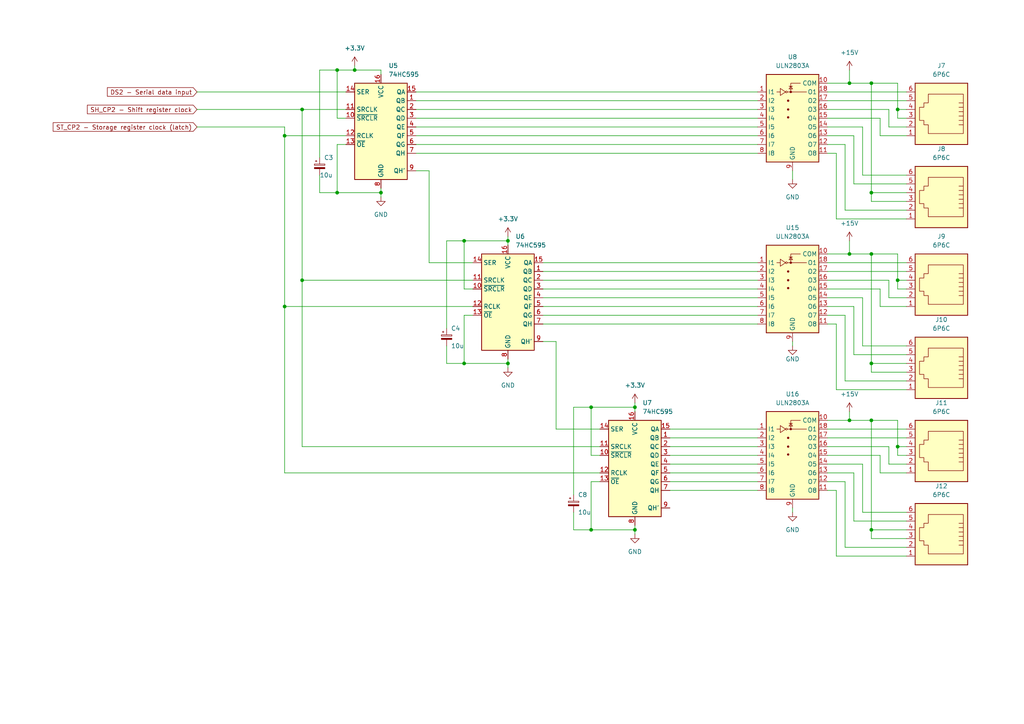
<source format=kicad_sch>
(kicad_sch (version 20231120) (generator "eeschema") (generator_version "8.0")
  (paper "A4")
  (lib_symbols
    (symbol "74xx:74HC595"
      (property "Reference" "U" (at -7.62 13.97 0))
      (property "Value" "74HC595" (at -7.62 -16.51 0))
      (symbol "74HC595_1_0"
        (pin tri_state line (at 10.16 7.62 180) (length 2.54) (name "QB") (number "1"))
        (pin input line (at -10.16 2.54 0) (length 2.54) (name "~{SRCLR}") (number "10"))
        (pin input line (at -10.16 5.08 0) (length 2.54) (name "SRCLK") (number "11"))
        (pin input line (at -10.16 -2.54 0) (length 2.54) (name "RCLK") (number "12"))
        (pin input line (at -10.16 -5.08 0) (length 2.54) (name "~{OE}") (number "13"))
        (pin input line (at -10.16 10.16 0) (length 2.54) (name "SER") (number "14"))
        (pin tri_state line (at 10.16 10.16 180) (length 2.54) (name "QA") (number "15"))
        (pin power_in line (at 0 15.24 270) (length 2.54) (name "VCC") (number "16"))
        (pin tri_state line (at 10.16 5.08 180) (length 2.54) (name "QC") (number "2"))
        (pin tri_state line (at 10.16 2.54 180) (length 2.54) (name "QD") (number "3"))
        (pin tri_state line (at 10.16 0 180) (length 2.54) (name "QE") (number "4"))
        (pin tri_state line (at 10.16 -2.54 180) (length 2.54) (name "QF") (number "5"))
        (pin tri_state line (at 10.16 -5.08 180) (length 2.54) (name "QG") (number "6"))
        (pin tri_state line (at 10.16 -7.62 180) (length 2.54) (name "QH") (number "7"))
        (pin power_in line (at 0 -17.78 90) (length 2.54) (name "GND") (number "8"))
        (pin output line (at 10.16 -12.7 180) (length 2.54) (name "QH'") (number "9"))
      )
      (symbol "74HC595_1_1"
        (rectangle (start -7.62 12.7) (end 7.62 -15.24) (stroke (width 0.254)) (fill (type background)))
      )
    )
    (symbol "Connector:6P6C" (pin_names (offset 1.016))
      (property "Reference" "J" (at -5.08 11.43 0))
      (property "Value" "6P6C" (at 2.54 11.43 0))
      (symbol "6P6C_0_1"
        (polyline (pts (xy -6.35 -1.905) (xy -5.08 -1.905) (xy -5.08 -1.905)))
        (polyline (pts (xy -6.35 -0.635) (xy -5.08 -0.635) (xy -5.08 -0.635)))
        (polyline (pts (xy -6.35 0.635) (xy -5.08 0.635) (xy -5.08 0.635)))
        (polyline (pts (xy -6.35 1.905) (xy -5.08 1.905) (xy -5.08 1.905)))
        (polyline (pts (xy -6.35 3.175) (xy -5.08 3.175) (xy -5.08 3.175)))
        (polyline (pts (xy -5.08 4.445) (xy -6.35 4.445) (xy -6.35 4.445)))
        (polyline (pts (xy -6.35 -4.445) (xy -6.35 6.985) (xy 3.81 6.985) (xy 3.81 4.445) (xy 5.08 4.445) (xy 5.08 3.175) (xy 6.35 3.175) (xy 6.35 -0.635) (xy 5.08 -0.635) (xy 5.08 -1.905) (xy 3.81 -1.905) (xy 3.81 -4.445) (xy -6.35 -4.445) (xy -6.35 -4.445)))
        (rectangle (start 7.62 10.16) (end -7.62 -7.62) (stroke (width 0.254)) (fill (type background)))
      )
      (symbol "6P6C_1_1"
        (pin passive line (at 10.16 -5.08 180) (length 2.54) (name "~") (number "1"))
        (pin passive line (at 10.16 -2.54 180) (length 2.54) (name "~") (number "2"))
        (pin passive line (at 10.16 0 180) (length 2.54) (name "~") (number "3"))
        (pin passive line (at 10.16 2.54 180) (length 2.54) (name "~") (number "4"))
        (pin passive line (at 10.16 5.08 180) (length 2.54) (name "~") (number "5"))
        (pin passive line (at 10.16 7.62 180) (length 2.54) (name "~") (number "6"))
      )
    )
    (symbol "Device:C_Polarized_Small" (pin_numbers hide) (pin_names (offset 0.254) hide)
      (property "Reference" "C" (at 0.254 1.778 0))
      (property "Value" "C_Polarized_Small" (at 0.254 -2.032 0))
      (symbol "C_Polarized_Small_0_1"
        (rectangle (start -1.524 -0.3048) (end 1.524 -0.6858) (fill (type outline)))
        (rectangle (start -1.524 0.6858) (end 1.524 0.3048))
        (polyline (pts (xy -1.27 1.524) (xy -0.762 1.524)))
        (polyline (pts (xy -1.016 1.27) (xy -1.016 1.778)))
      )
      (symbol "C_Polarized_Small_1_1"
        (pin passive line (at 0 2.54 270) (length 1.8542) (name "~") (number "1"))
        (pin passive line (at 0 -2.54 90) (length 1.8542) (name "~") (number "2"))
      )
    )
    (symbol "Transistor_Array:ULN2803A"
      (property "Reference" "U" (at 0 13.335 0))
      (property "Value" "ULN2803A" (at 0 11.43 0))
      (symbol "ULN2803A_0_1"
        (rectangle (start -7.62 -15.24) (end 7.62 10.16) (stroke (width 0.254)) (fill (type background)))
        (circle (center -1.778 5.08) (radius 0.254))
        (circle (center -1.27 -2.286) (radius 0.254) (fill (type outline)))
        (circle (center -1.27 0) (radius 0.254) (fill (type outline)))
        (circle (center -1.27 2.54) (radius 0.254) (fill (type outline)))
        (circle (center -0.508 5.08) (radius 0.254) (fill (type outline)))
        (polyline (pts (xy -4.572 5.08) (xy -3.556 5.08)))
        (polyline (pts (xy -1.524 5.08) (xy 4.064 5.08)))
        (polyline (pts (xy 0 6.731) (xy -1.016 6.731)))
        (polyline (pts (xy -0.508 5.08) (xy -0.508 7.62) (xy 2.286 7.62)))
        (polyline (pts (xy -3.556 6.096) (xy -3.556 4.064) (xy -2.032 5.08) (xy -3.556 6.096)))
        (polyline (pts (xy 0 5.969) (xy -1.016 5.969) (xy -0.508 6.731) (xy 0 5.969)))
      )
      (symbol "ULN2803A_1_1"
        (pin input line (at -10.16 5.08 0) (length 2.54) (name "I1") (number "1"))
        (pin passive line (at 10.16 7.62 180) (length 2.54) (name "COM") (number "10"))
        (pin open_collector line (at 10.16 -12.7 180) (length 2.54) (name "O8") (number "11"))
        (pin open_collector line (at 10.16 -10.16 180) (length 2.54) (name "O7") (number "12"))
        (pin open_collector line (at 10.16 -7.62 180) (length 2.54) (name "O6") (number "13"))
        (pin open_collector line (at 10.16 -5.08 180) (length 2.54) (name "O5") (number "14"))
        (pin open_collector line (at 10.16 -2.54 180) (length 2.54) (name "O4") (number "15"))
        (pin open_collector line (at 10.16 0 180) (length 2.54) (name "O3") (number "16"))
        (pin open_collector line (at 10.16 2.54 180) (length 2.54) (name "O2") (number "17"))
        (pin open_collector line (at 10.16 5.08 180) (length 2.54) (name "O1") (number "18"))
        (pin input line (at -10.16 2.54 0) (length 2.54) (name "I2") (number "2"))
        (pin input line (at -10.16 0 0) (length 2.54) (name "I3") (number "3"))
        (pin input line (at -10.16 -2.54 0) (length 2.54) (name "I4") (number "4"))
        (pin input line (at -10.16 -5.08 0) (length 2.54) (name "I5") (number "5"))
        (pin input line (at -10.16 -7.62 0) (length 2.54) (name "I6") (number "6"))
        (pin input line (at -10.16 -10.16 0) (length 2.54) (name "I7") (number "7"))
        (pin input line (at -10.16 -12.7 0) (length 2.54) (name "I8") (number "8"))
        (pin power_in line (at 0 -17.78 90) (length 2.54) (name "GND") (number "9"))
      )
    )
    (symbol "power:+15V" (power) (pin_names (offset 0))
      (property "Value" "+15V" (at 0 3.556 0))
      (symbol "+15V_0_1"
        (polyline (pts (xy -0.762 1.27) (xy 0 2.54)))
        (polyline (pts (xy 0 0) (xy 0 2.54)))
        (polyline (pts (xy 0 2.54) (xy 0.762 1.27)))
      )
      (symbol "+15V_1_1"
        (pin power_in line (at 0 0 90) (length 0) hide (name "+15V") (number "1"))
      )
    )
    (symbol "power:+3.3V" (power) (pin_names (offset 0))
      (property "Value" "+3.3V" (at 0 3.556 0))
      (symbol "+3.3V_0_1"
        (polyline (pts (xy -0.762 1.27) (xy 0 2.54)))
        (polyline (pts (xy 0 0) (xy 0 2.54)))
        (polyline (pts (xy 0 2.54) (xy 0.762 1.27)))
      )
      (symbol "+3.3V_1_1"
        (pin power_in line (at 0 0 90) (length 0) hide (name "+3.3V") (number "1"))
      )
    )
    (symbol "power:GND" (power) (pin_names (offset 0))
      (property "Value" "GND" (at 0 -3.81 0))
      (symbol "GND_0_1"
        (polyline (pts (xy 0 0) (xy 0 -1.27) (xy 1.27 -1.27) (xy 0 -2.54) (xy -1.27 -1.27) (xy 0 -1.27)))
      )
      (symbol "GND_1_1"
        (pin power_in line (at 0 0 270) (length 0) hide (name "GND") (number "1"))
      )
    )
  )
  (junction (at 147.32 69.85))
  (junction (at 252.73 153.67))
  (junction (at 171.45 118.11))
  (junction (at 102.87 20.32))
  (junction (at 260.35 81.28))
  (junction (at 252.73 24.13))
  (junction (at 184.15 153.67))
  (junction (at 252.73 105.41))
  (junction (at 82.55 39.37))
  (junction (at 260.35 129.54))
  (junction (at 82.55 88.9))
  (junction (at 147.32 105.41))
  (junction (at 97.79 55.88))
  (junction (at 246.38 24.13))
  (junction (at 87.63 81.28))
  (junction (at 184.15 118.11))
  (junction (at 97.79 20.32))
  (junction (at 252.73 73.66))
  (junction (at 260.35 31.75))
  (junction (at 87.63 31.75))
  (junction (at 134.62 105.41))
  (junction (at 252.73 121.92))
  (junction (at 246.38 73.66))
  (junction (at 246.38 121.92))
  (junction (at 110.49 55.88))
  (junction (at 252.73 55.88))
  (junction (at 171.45 153.67))
  (junction (at 134.62 69.85))
  (wire (pts (xy 242.57 161.29) (xy 242.57 142.24)))
  (wire (pts (xy 246.38 73.66) (xy 252.73 73.66)))
  (wire (pts (xy 260.35 121.92) (xy 260.35 129.54)))
  (wire (pts (xy 252.73 153.67) (xy 252.73 121.92)))
  (wire (pts (xy 252.73 73.66) (xy 260.35 73.66)))
  (wire (pts (xy 173.99 139.7) (xy 171.45 139.7)))
  (wire (pts (xy 255.27 88.9) (xy 262.89 88.9)))
  (wire (pts (xy 260.35 83.82) (xy 260.35 81.28)))
  (wire (pts (xy 262.89 60.96) (xy 245.11 60.96)))
  (wire (pts (xy 87.63 31.75) (xy 100.33 31.75)))
  (wire (pts (xy 240.03 86.36) (xy 250.19 86.36)))
  (wire (pts (xy 97.79 55.88) (xy 110.49 55.88)))
  (wire (pts (xy 110.49 20.32) (xy 110.49 21.59)))
  (wire (pts (xy 173.99 129.54) (xy 87.63 129.54)))
  (wire (pts (xy 194.31 142.24) (xy 219.71 142.24)))
  (wire (pts (xy 245.11 110.49) (xy 245.11 91.44)))
  (wire (pts (xy 255.27 83.82) (xy 240.03 83.82)))
  (wire (pts (xy 260.35 31.75) (xy 262.89 31.75)))
  (wire (pts (xy 257.81 86.36) (xy 262.89 86.36)))
  (wire (pts (xy 242.57 142.24) (xy 240.03 142.24)))
  (wire (pts (xy 57.15 36.83) (xy 82.55 36.83)))
  (wire (pts (xy 166.37 118.11) (xy 171.45 118.11)))
  (wire (pts (xy 240.03 134.62) (xy 250.19 134.62)))
  (wire (pts (xy 240.03 41.91) (xy 245.11 41.91)))
  (wire (pts (xy 147.32 105.41) (xy 147.32 106.68)))
  (wire (pts (xy 87.63 129.54) (xy 87.63 81.28)))
  (wire (pts (xy 194.31 139.7) (xy 219.71 139.7)))
  (wire (pts (xy 166.37 143.51) (xy 166.37 118.11)))
  (wire (pts (xy 250.19 86.36) (xy 250.19 100.33)))
  (wire (pts (xy 161.29 124.46) (xy 161.29 99.06)))
  (wire (pts (xy 250.19 50.8) (xy 262.89 50.8)))
  (wire (pts (xy 184.15 116.84) (xy 184.15 118.11)))
  (wire (pts (xy 157.48 86.36) (xy 219.71 86.36)))
  (wire (pts (xy 82.55 137.16) (xy 82.55 88.9)))
  (wire (pts (xy 247.65 102.87) (xy 262.89 102.87)))
  (wire (pts (xy 194.31 137.16) (xy 219.71 137.16)))
  (wire (pts (xy 262.89 132.08) (xy 260.35 132.08)))
  (wire (pts (xy 157.48 81.28) (xy 219.71 81.28)))
  (wire (pts (xy 137.16 91.44) (xy 134.62 91.44)))
  (wire (pts (xy 194.31 129.54) (xy 219.71 129.54)))
  (wire (pts (xy 194.31 127) (xy 219.71 127)))
  (wire (pts (xy 124.46 49.53) (xy 124.46 76.2)))
  (wire (pts (xy 250.19 36.83) (xy 250.19 50.8)))
  (wire (pts (xy 120.65 36.83) (xy 219.71 36.83)))
  (wire (pts (xy 92.71 20.32) (xy 97.79 20.32)))
  (wire (pts (xy 247.65 39.37) (xy 247.65 53.34)))
  (wire (pts (xy 184.15 118.11) (xy 184.15 119.38)))
  (wire (pts (xy 240.03 29.21) (xy 262.89 29.21)))
  (wire (pts (xy 262.89 34.29) (xy 260.35 34.29)))
  (wire (pts (xy 161.29 124.46) (xy 173.99 124.46)))
  (wire (pts (xy 120.65 44.45) (xy 219.71 44.45)))
  (wire (pts (xy 260.35 129.54) (xy 262.89 129.54)))
  (wire (pts (xy 194.31 124.46) (xy 219.71 124.46)))
  (wire (pts (xy 246.38 20.32) (xy 246.38 24.13)))
  (wire (pts (xy 240.03 121.92) (xy 246.38 121.92)))
  (wire (pts (xy 57.15 26.67) (xy 100.33 26.67)))
  (wire (pts (xy 240.03 31.75) (xy 257.81 31.75)))
  (wire (pts (xy 247.65 53.34) (xy 262.89 53.34)))
  (wire (pts (xy 82.55 39.37) (xy 100.33 39.37)))
  (wire (pts (xy 129.54 69.85) (xy 134.62 69.85)))
  (wire (pts (xy 157.48 88.9) (xy 219.71 88.9)))
  (wire (pts (xy 240.03 78.74) (xy 262.89 78.74)))
  (wire (pts (xy 97.79 34.29) (xy 97.79 20.32)))
  (wire (pts (xy 157.48 83.82) (xy 219.71 83.82)))
  (wire (pts (xy 147.32 68.58) (xy 147.32 69.85)))
  (wire (pts (xy 173.99 132.08) (xy 171.45 132.08)))
  (wire (pts (xy 137.16 81.28) (xy 87.63 81.28)))
  (wire (pts (xy 120.65 39.37) (xy 219.71 39.37)))
  (wire (pts (xy 252.73 156.21) (xy 262.89 156.21)))
  (wire (pts (xy 260.35 34.29) (xy 260.35 31.75)))
  (wire (pts (xy 257.81 134.62) (xy 262.89 134.62)))
  (wire (pts (xy 252.73 153.67) (xy 262.89 153.67)))
  (wire (pts (xy 260.35 81.28) (xy 262.89 81.28)))
  (wire (pts (xy 255.27 132.08) (xy 240.03 132.08)))
  (wire (pts (xy 240.03 81.28) (xy 257.81 81.28)))
  (wire (pts (xy 255.27 39.37) (xy 255.27 34.29)))
  (wire (pts (xy 252.73 105.41) (xy 262.89 105.41)))
  (wire (pts (xy 242.57 63.5) (xy 242.57 44.45)))
  (wire (pts (xy 124.46 76.2) (xy 137.16 76.2)))
  (wire (pts (xy 173.99 137.16) (xy 82.55 137.16)))
  (wire (pts (xy 129.54 95.25) (xy 129.54 69.85)))
  (wire (pts (xy 134.62 91.44) (xy 134.62 105.41)))
  (wire (pts (xy 252.73 24.13) (xy 260.35 24.13)))
  (wire (pts (xy 240.03 124.46) (xy 262.89 124.46)))
  (wire (pts (xy 252.73 121.92) (xy 260.35 121.92)))
  (wire (pts (xy 255.27 34.29) (xy 240.03 34.29)))
  (wire (pts (xy 262.89 113.03) (xy 242.57 113.03)))
  (wire (pts (xy 250.19 100.33) (xy 262.89 100.33)))
  (wire (pts (xy 92.71 50.8) (xy 92.71 55.88)))
  (wire (pts (xy 240.03 127) (xy 262.89 127)))
  (wire (pts (xy 252.73 58.42) (xy 262.89 58.42)))
  (wire (pts (xy 147.32 104.14) (xy 147.32 105.41)))
  (wire (pts (xy 250.19 134.62) (xy 250.19 148.59)))
  (wire (pts (xy 120.65 34.29) (xy 219.71 34.29)))
  (wire (pts (xy 100.33 41.91) (xy 97.79 41.91)))
  (wire (pts (xy 171.45 118.11) (xy 171.45 132.08)))
  (wire (pts (xy 250.19 148.59) (xy 262.89 148.59)))
  (wire (pts (xy 240.03 36.83) (xy 250.19 36.83)))
  (wire (pts (xy 260.35 132.08) (xy 260.35 129.54)))
  (wire (pts (xy 166.37 148.59) (xy 166.37 153.67)))
  (wire (pts (xy 97.79 20.32) (xy 102.87 20.32)))
  (wire (pts (xy 252.73 55.88) (xy 252.73 24.13)))
  (wire (pts (xy 110.49 55.88) (xy 110.49 57.15)))
  (wire (pts (xy 252.73 156.21) (xy 252.73 153.67)))
  (wire (pts (xy 247.65 137.16) (xy 247.65 151.13)))
  (wire (pts (xy 240.03 76.2) (xy 262.89 76.2)))
  (wire (pts (xy 102.87 20.32) (xy 110.49 20.32)))
  (wire (pts (xy 240.03 26.67) (xy 262.89 26.67)))
  (wire (pts (xy 262.89 83.82) (xy 260.35 83.82)))
  (wire (pts (xy 240.03 139.7) (xy 245.11 139.7)))
  (wire (pts (xy 247.65 88.9) (xy 247.65 102.87)))
  (wire (pts (xy 157.48 93.98) (xy 219.71 93.98)))
  (wire (pts (xy 240.03 24.13) (xy 246.38 24.13)))
  (wire (pts (xy 245.11 60.96) (xy 245.11 41.91)))
  (wire (pts (xy 137.16 83.82) (xy 134.62 83.82)))
  (wire (pts (xy 240.03 129.54) (xy 257.81 129.54)))
  (wire (pts (xy 252.73 107.95) (xy 262.89 107.95)))
  (wire (pts (xy 255.27 88.9) (xy 255.27 83.82)))
  (wire (pts (xy 247.65 151.13) (xy 262.89 151.13)))
  (wire (pts (xy 124.46 49.53) (xy 120.65 49.53)))
  (wire (pts (xy 184.15 152.4) (xy 184.15 153.67)))
  (wire (pts (xy 82.55 36.83) (xy 82.55 39.37)))
  (wire (pts (xy 255.27 137.16) (xy 262.89 137.16)))
  (wire (pts (xy 120.65 29.21) (xy 219.71 29.21)))
  (wire (pts (xy 240.03 39.37) (xy 247.65 39.37)))
  (wire (pts (xy 161.29 99.06) (xy 157.48 99.06)))
  (wire (pts (xy 252.73 58.42) (xy 252.73 55.88)))
  (wire (pts (xy 157.48 76.2) (xy 219.71 76.2)))
  (wire (pts (xy 262.89 158.75) (xy 245.11 158.75)))
  (wire (pts (xy 242.57 113.03) (xy 242.57 93.98)))
  (wire (pts (xy 134.62 69.85) (xy 134.62 83.82)))
  (wire (pts (xy 92.71 45.72) (xy 92.71 20.32)))
  (wire (pts (xy 246.38 69.85) (xy 246.38 73.66)))
  (wire (pts (xy 147.32 69.85) (xy 147.32 71.12)))
  (wire (pts (xy 255.27 137.16) (xy 255.27 132.08)))
  (wire (pts (xy 240.03 73.66) (xy 246.38 73.66)))
  (wire (pts (xy 171.45 139.7) (xy 171.45 153.67)))
  (wire (pts (xy 242.57 44.45) (xy 240.03 44.45)))
  (wire (pts (xy 129.54 105.41) (xy 134.62 105.41)))
  (wire (pts (xy 260.35 73.66) (xy 260.35 81.28)))
  (wire (pts (xy 97.79 41.91) (xy 97.79 55.88)))
  (wire (pts (xy 194.31 132.08) (xy 219.71 132.08)))
  (wire (pts (xy 240.03 88.9) (xy 247.65 88.9)))
  (wire (pts (xy 120.65 26.67) (xy 219.71 26.67)))
  (wire (pts (xy 229.87 49.53) (xy 229.87 52.07)))
  (wire (pts (xy 134.62 69.85) (xy 147.32 69.85)))
  (wire (pts (xy 57.15 31.75) (xy 87.63 31.75)))
  (wire (pts (xy 240.03 137.16) (xy 247.65 137.16)))
  (wire (pts (xy 120.65 41.91) (xy 219.71 41.91)))
  (wire (pts (xy 257.81 129.54) (xy 257.81 134.62)))
  (wire (pts (xy 184.15 153.67) (xy 184.15 154.94)))
  (wire (pts (xy 262.89 63.5) (xy 242.57 63.5)))
  (wire (pts (xy 166.37 153.67) (xy 171.45 153.67)))
  (wire (pts (xy 194.31 134.62) (xy 219.71 134.62)))
  (wire (pts (xy 157.48 78.74) (xy 219.71 78.74)))
  (wire (pts (xy 252.73 55.88) (xy 262.89 55.88)))
  (wire (pts (xy 120.65 31.75) (xy 219.71 31.75)))
  (wire (pts (xy 110.49 54.61) (xy 110.49 55.88)))
  (wire (pts (xy 252.73 107.95) (xy 252.73 105.41)))
  (wire (pts (xy 134.62 105.41) (xy 147.32 105.41)))
  (wire (pts (xy 246.38 119.38) (xy 246.38 121.92)))
  (wire (pts (xy 245.11 158.75) (xy 245.11 139.7)))
  (wire (pts (xy 171.45 153.67) (xy 184.15 153.67)))
  (wire (pts (xy 137.16 88.9) (xy 82.55 88.9)))
  (wire (pts (xy 242.57 93.98) (xy 240.03 93.98)))
  (wire (pts (xy 260.35 24.13) (xy 260.35 31.75)))
  (wire (pts (xy 171.45 118.11) (xy 184.15 118.11)))
  (wire (pts (xy 255.27 39.37) (xy 262.89 39.37)))
  (wire (pts (xy 229.87 99.06) (xy 229.87 100.33)))
  (wire (pts (xy 257.81 81.28) (xy 257.81 86.36)))
  (wire (pts (xy 157.48 91.44) (xy 219.71 91.44)))
  (wire (pts (xy 100.33 34.29) (xy 97.79 34.29)))
  (wire (pts (xy 262.89 110.49) (xy 245.11 110.49)))
  (wire (pts (xy 262.89 161.29) (xy 242.57 161.29)))
  (wire (pts (xy 87.63 81.28) (xy 87.63 31.75)))
  (wire (pts (xy 92.71 55.88) (xy 97.79 55.88)))
  (wire (pts (xy 246.38 24.13) (xy 252.73 24.13)))
  (wire (pts (xy 246.38 121.92) (xy 252.73 121.92)))
  (wire (pts (xy 257.81 31.75) (xy 257.81 36.83)))
  (wire (pts (xy 229.87 147.32) (xy 229.87 148.59)))
  (wire (pts (xy 240.03 91.44) (xy 245.11 91.44)))
  (wire (pts (xy 102.87 19.05) (xy 102.87 20.32)))
  (wire (pts (xy 129.54 100.33) (xy 129.54 105.41)))
  (wire (pts (xy 257.81 36.83) (xy 262.89 36.83)))
  (wire (pts (xy 82.55 88.9) (xy 82.55 39.37)))
  (wire (pts (xy 252.73 105.41) (xy 252.73 73.66)))
  (global_label "ST_CP2 - Storage register clock (latch)" (shape input) (at 57.15 36.83 180) (property "Intersheetrefs" "${INTERSHEET_REFS}" (effects (hide yes))))
  (global_label "DS2 - Serial data input" (shape input) (at 57.15 26.67 180) (property "Intersheetrefs" "${INTERSHEET_REFS}" (effects (hide yes))))
  (global_label "SH_CP2 - Shift register clock" (shape input) (at 57.15 31.75 180) (property "Intersheetrefs" "${INTERSHEET_REFS}" (effects (hide yes))))
  (symbol (lib_id "power:GND") (at 229.87 148.59 0) (unit 1)
    (property "Reference" "#PWR025" (effects (hide yes)))
    (property "Value" "GND" (at 229.87 153.67 0))
  )
  (symbol (lib_id "power:+15V") (at 246.38 20.32 0) (unit 1)
    (property "Reference" "#PWR026" (effects (hide yes)))
    (property "Value" "+15V" (at 246.38 15.24 0))
  )
  (symbol (lib_id "power:+3.3V") (at 184.15 116.84 0) (unit 1)
    (property "Reference" "#PWR011" (effects (hide yes)))
    (property "Value" "+3.3V" (at 184.15 111.76 0))
  )
  (symbol (lib_id "Connector:6P6C") (at 273.05 107.95 0) (mirror y) (unit 1)
    (property "Reference" "J10" (at 273.05 92.71 0))
    (property "Value" "6P6C" (at 273.05 95.25 0))
    (property "Footprint" "ventilation:615006138421" (effects (hide yes)))
  )
  (symbol (lib_id "power:GND") (at 229.87 52.07 0) (unit 1)
    (property "Reference" "#PWR021" (effects (hide yes)))
    (property "Value" "GND" (at 229.87 57.15 0))
  )
  (symbol (lib_id "power:GND") (at 229.87 100.33 0) (unit 1)
    (property "Reference" "#PWR022" (effects (hide yes)))
    (property "Value" "GND" (at 229.87 104.14 0))
  )
  (symbol (lib_id "74xx:74HC595") (at 147.32 86.36 0) (unit 1)
    (property "Reference" "U6" (at 149.5141 68.58 0) (effects (justify left)))
    (property "Value" "74HC595" (at 149.5141 71.12 0) (effects (justify left)))
    (property "Footprint" "Package_DIP:DIP-16_W7.62mm_Socket" (effects (hide yes)))
    (property "Datasheet" "http://www.ti.com/lit/ds/symlink/sn74hc595.pdf" (effects (hide yes)))
  )
  (symbol (lib_id "power:+3.3V") (at 147.32 68.58 0) (unit 1)
    (property "Reference" "#PWR03" (effects (hide yes)))
    (property "Value" "+3.3V" (at 147.32 63.5 0))
  )
  (symbol (lib_id "power:+3.3V") (at 102.87 19.05 0) (unit 1)
    (property "Reference" "#PWR02" (effects (hide yes)))
    (property "Value" "+3.3V" (at 102.87 13.97 0))
  )
  (symbol (lib_id "Connector:6P6C") (at 273.05 34.29 0) (mirror y) (unit 1)
    (property "Reference" "J7" (at 273.05 19.05 0))
    (property "Value" "6P6C" (at 273.05 21.59 0))
    (property "Footprint" "ventilation:615006138421" (effects (hide yes)))
  )
  (symbol (lib_id "power:+15V") (at 246.38 119.38 0) (unit 1)
    (property "Reference" "#PWR036" (effects (hide yes)))
    (property "Value" "+15V" (at 246.38 114.3 0))
  )
  (symbol (lib_id "Device:C_Polarized_Small") (at 92.71 48.26 0) (unit 1)
    (property "Reference" "C3" (at 93.98 45.72 0) (effects (justify left)))
    (property "Value" "10u" (at 92.71 50.8 0) (effects (justify left)))
    (property "Footprint" "Capacitor_THT:CP_Radial_D5.0mm_P2.00mm" (effects (hide yes)))
  )
  (symbol (lib_id "74xx:74HC595") (at 184.15 134.62 0) (unit 1)
    (property "Reference" "U7" (at 186.3441 116.84 0) (effects (justify left)))
    (property "Value" "74HC595" (at 186.3441 119.38 0) (effects (justify left)))
    (property "Footprint" "Package_DIP:DIP-16_W7.62mm_Socket" (effects (hide yes)))
    (property "Datasheet" "http://www.ti.com/lit/ds/symlink/sn74hc595.pdf" (effects (hide yes)))
  )
  (symbol (lib_id "74xx:74HC595") (at 110.49 36.83 0) (unit 1)
    (property "Reference" "U5" (at 112.6841 19.05 0) (effects (justify left)))
    (property "Value" "74HC595" (at 112.6841 21.59 0) (effects (justify left)))
    (property "Footprint" "Package_DIP:DIP-16_W7.62mm_Socket" (effects (hide yes)))
    (property "Datasheet" "http://www.ti.com/lit/ds/symlink/sn74hc595.pdf" (effects (hide yes)))
  )
  (symbol (lib_id "Device:C_Polarized_Small") (at 166.37 146.05 0) (unit 1)
    (property "Reference" "C8" (at 167.64 143.51 0) (effects (justify left)))
    (property "Value" "10u" (at 167.64 148.59 0) (effects (justify left)))
    (property "Footprint" "Capacitor_THT:CP_Radial_D5.0mm_P2.00mm" (effects (hide yes)))
  )
  (symbol (lib_id "Device:C_Polarized_Small") (at 129.54 97.79 0) (unit 1)
    (property "Reference" "C4" (at 130.81 95.25 0) (effects (justify left)))
    (property "Value" "10u" (at 130.81 100.33 0) (effects (justify left)))
    (property "Footprint" "Capacitor_THT:CP_Radial_D5.0mm_P2.00mm" (effects (hide yes)))
  )
  (symbol (lib_id "Transistor_Array:ULN2803A") (at 229.87 81.28 0) (unit 1)
    (property "Reference" "U15" (at 229.87 66.04 0))
    (property "Value" "ULN2803A" (at 229.87 68.58 0))
    (property "Footprint" "Package_DIP:DIP-18_W7.62mm_Socket" (effects (hide yes)))
    (property "Datasheet" "http://www.ti.com/lit/ds/symlink/uln2803a.pdf" (effects (hide yes)))
  )
  (symbol (lib_id "power:GND") (at 184.15 154.94 0) (unit 1)
    (property "Reference" "#PWR020" (effects (hide yes)))
    (property "Value" "GND" (at 184.15 160.02 0))
  )
  (symbol (lib_id "power:GND") (at 147.32 106.68 0) (unit 1)
    (property "Reference" "#PWR018" (effects (hide yes)))
    (property "Value" "GND" (at 147.32 111.76 0))
  )
  (symbol (lib_id "Connector:6P6C") (at 273.05 83.82 0) (mirror y) (unit 1)
    (property "Reference" "J9" (at 273.05 68.58 0))
    (property "Value" "6P6C" (at 273.05 71.12 0))
    (property "Footprint" "ventilation:615006138421" (effects (hide yes)))
  )
  (symbol (lib_id "Transistor_Array:ULN2803A") (at 229.87 129.54 0) (unit 1)
    (property "Reference" "U16" (at 229.87 114.3 0))
    (property "Value" "ULN2803A" (at 229.87 116.84 0))
    (property "Footprint" "Package_DIP:DIP-18_W7.62mm_Socket" (effects (hide yes)))
    (property "Datasheet" "http://www.ti.com/lit/ds/symlink/uln2803a.pdf" (effects (hide yes)))
  )
  (symbol (lib_id "Connector:6P6C") (at 273.05 156.21 0) (mirror y) (unit 1)
    (property "Reference" "J12" (at 273.05 140.97 0))
    (property "Value" "6P6C" (at 273.05 143.51 0))
    (property "Footprint" "ventilation:615006138421" (effects (hide yes)))
  )
  (symbol (lib_id "Connector:6P6C") (at 273.05 58.42 0) (mirror y) (unit 1)
    (property "Reference" "J8" (at 273.05 43.18 0))
    (property "Value" "6P6C" (at 273.05 45.72 0))
    (property "Footprint" "ventilation:615006138421" (effects (hide yes)))
  )
  (symbol (lib_id "power:GND") (at 110.49 57.15 0) (unit 1)
    (property "Reference" "#PWR016" (effects (hide yes)))
    (property "Value" "GND" (at 110.49 62.23 0))
  )
  (symbol (lib_id "power:+15V") (at 246.38 69.85 0) (unit 1)
    (property "Reference" "#PWR035" (effects (hide yes)))
    (property "Value" "+15V" (at 246.38 64.77 0))
  )
  (symbol (lib_id "Connector:6P6C") (at 273.05 132.08 0) (mirror y) (unit 1)
    (property "Reference" "J11" (at 273.05 116.84 0))
    (property "Value" "6P6C" (at 273.05 119.38 0))
    (property "Footprint" "ventilation:615006138421" (effects (hide yes)))
  )
  (symbol (lib_id "Transistor_Array:ULN2803A") (at 229.87 31.75 0) (unit 1)
    (property "Reference" "U8" (at 229.87 16.51 0))
    (property "Value" "ULN2803A" (at 229.87 19.05 0))
    (property "Footprint" "Package_DIP:DIP-18_W7.62mm_Socket" (effects (hide yes)))
    (property "Datasheet" "http://www.ti.com/lit/ds/symlink/uln2803a.pdf" (effects (hide yes)))
  )
)
</source>
